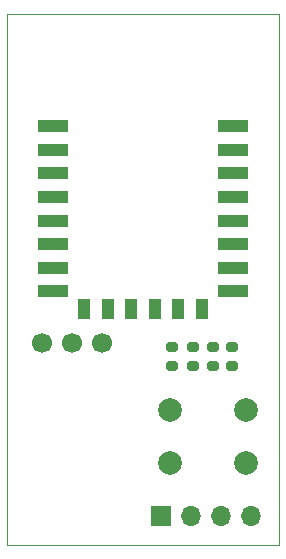
<source format=gbr>
%TF.GenerationSoftware,KiCad,Pcbnew,8.0.6*%
%TF.CreationDate,2024-10-25T11:33:00+01:00*%
%TF.ProjectId,ac-freedom_to-esphome,61632d66-7265-4656-946f-6d5f746f2d65,rev?*%
%TF.SameCoordinates,Original*%
%TF.FileFunction,Soldermask,Top*%
%TF.FilePolarity,Negative*%
%FSLAX46Y46*%
G04 Gerber Fmt 4.6, Leading zero omitted, Abs format (unit mm)*
G04 Created by KiCad (PCBNEW 8.0.6) date 2024-10-25 11:33:00*
%MOMM*%
%LPD*%
G01*
G04 APERTURE LIST*
G04 Aperture macros list*
%AMRoundRect*
0 Rectangle with rounded corners*
0 $1 Rounding radius*
0 $2 $3 $4 $5 $6 $7 $8 $9 X,Y pos of 4 corners*
0 Add a 4 corners polygon primitive as box body*
4,1,4,$2,$3,$4,$5,$6,$7,$8,$9,$2,$3,0*
0 Add four circle primitives for the rounded corners*
1,1,$1+$1,$2,$3*
1,1,$1+$1,$4,$5*
1,1,$1+$1,$6,$7*
1,1,$1+$1,$8,$9*
0 Add four rect primitives between the rounded corners*
20,1,$1+$1,$2,$3,$4,$5,0*
20,1,$1+$1,$4,$5,$6,$7,0*
20,1,$1+$1,$6,$7,$8,$9,0*
20,1,$1+$1,$8,$9,$2,$3,0*%
G04 Aperture macros list end*
%ADD10R,1.700000X1.700000*%
%ADD11O,1.700000X1.700000*%
%ADD12C,1.700000*%
%ADD13RoundRect,0.200000X0.275000X-0.200000X0.275000X0.200000X-0.275000X0.200000X-0.275000X-0.200000X0*%
%ADD14R,2.500000X1.000000*%
%ADD15R,1.000000X1.800000*%
%ADD16RoundRect,0.200000X-0.275000X0.200000X-0.275000X-0.200000X0.275000X-0.200000X0.275000X0.200000X0*%
%ADD17C,2.000000*%
%TA.AperFunction,Profile*%
%ADD18C,0.050000*%
%TD*%
G04 APERTURE END LIST*
D10*
%TO.C,J2*%
X13000000Y2500000D03*
D11*
X15540000Y2500000D03*
X18080000Y2500000D03*
X20620000Y2500000D03*
%TD*%
D12*
%TO.C,J1*%
X8011400Y17120000D03*
X5471400Y17120000D03*
X2931400Y17120000D03*
%TD*%
D13*
%TO.C,R2*%
X15700000Y15175000D03*
X15700000Y16825000D03*
%TD*%
D14*
%TO.C,U1*%
X3900000Y35500000D03*
X3900000Y33500000D03*
X3900000Y31500000D03*
X3900000Y29500000D03*
X3900000Y27500000D03*
X3900000Y25500000D03*
X3900000Y23500000D03*
X3900000Y21500000D03*
D15*
X6500000Y20000000D03*
X8500000Y20000000D03*
X10500000Y20000000D03*
X12500000Y20000000D03*
X14500000Y20000000D03*
X16500000Y20000000D03*
D14*
X19100000Y21500000D03*
X19100000Y23500000D03*
X19100000Y25500000D03*
X19100000Y27500000D03*
X19100000Y29500000D03*
X19100000Y31500000D03*
X19100000Y33500000D03*
X19100000Y35500000D03*
%TD*%
D13*
%TO.C,R1*%
X17400000Y15175000D03*
X17400000Y16825000D03*
%TD*%
D16*
%TO.C,R4*%
X14000000Y16825000D03*
X14000000Y15175000D03*
%TD*%
%TO.C,R3*%
X19000000Y16825000D03*
X19000000Y15175000D03*
%TD*%
D17*
%TO.C,SW1*%
X13750000Y11450000D03*
X20250000Y11450000D03*
X13750000Y6950000D03*
X20250000Y6950000D03*
%TD*%
D18*
X0Y45000000D02*
X23000000Y45000000D01*
X23000000Y0D01*
X0Y0D01*
X0Y45000000D01*
M02*

</source>
